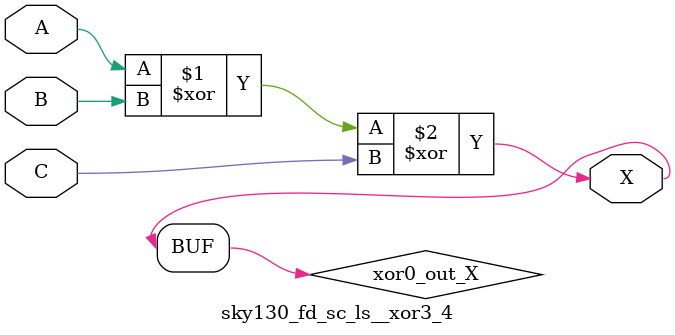
<source format=v>
/*
 * Copyright 2020 The SkyWater PDK Authors
 *
 * Licensed under the Apache License, Version 2.0 (the "License");
 * you may not use this file except in compliance with the License.
 * You may obtain a copy of the License at
 *
 *     https://www.apache.org/licenses/LICENSE-2.0
 *
 * Unless required by applicable law or agreed to in writing, software
 * distributed under the License is distributed on an "AS IS" BASIS,
 * WITHOUT WARRANTIES OR CONDITIONS OF ANY KIND, either express or implied.
 * See the License for the specific language governing permissions and
 * limitations under the License.
 *
 * SPDX-License-Identifier: Apache-2.0
*/


`ifndef SKY130_FD_SC_LS__XOR3_4_FUNCTIONAL_V
`define SKY130_FD_SC_LS__XOR3_4_FUNCTIONAL_V

/**
 * xor3: 3-input exclusive OR.
 *
 *       X = A ^ B ^ C
 *
 * Verilog simulation functional model.
 */

`timescale 1ns / 1ps
`default_nettype none

`celldefine
module sky130_fd_sc_ls__xor3_4 (
    X,
    A,
    B,
    C
);

    // Module ports
    output X;
    input  A;
    input  B;
    input  C;

    // Local signals
    wire xor0_out_X;

    //  Name  Output      Other arguments
    xor xor0 (xor0_out_X, A, B, C        );
    buf buf0 (X         , xor0_out_X     );

endmodule
`endcelldefine

`default_nettype wire
`endif  // SKY130_FD_SC_LS__XOR3_4_FUNCTIONAL_V

</source>
